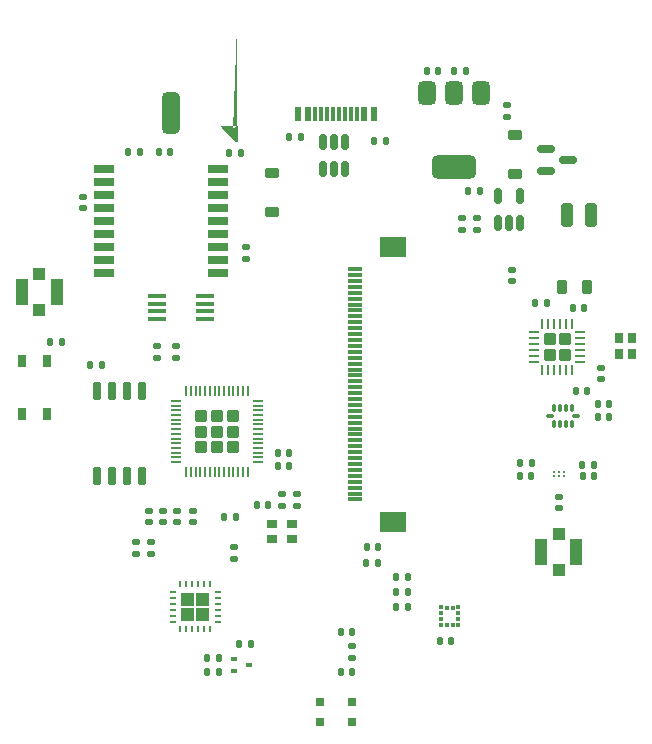
<source format=gbr>
%TF.GenerationSoftware,KiCad,Pcbnew,8.0.1*%
%TF.CreationDate,2024-05-30T22:25:26-04:00*%
%TF.ProjectId,esp32s3,65737033-3273-4332-9e6b-696361645f70,rev?*%
%TF.SameCoordinates,Original*%
%TF.FileFunction,Paste,Top*%
%TF.FilePolarity,Positive*%
%FSLAX46Y46*%
G04 Gerber Fmt 4.6, Leading zero omitted, Abs format (unit mm)*
G04 Created by KiCad (PCBNEW 8.0.1) date 2024-05-30 22:25:26*
%MOMM*%
%LPD*%
G01*
G04 APERTURE LIST*
G04 Aperture macros list*
%AMRoundRect*
0 Rectangle with rounded corners*
0 $1 Rounding radius*
0 $2 $3 $4 $5 $6 $7 $8 $9 X,Y pos of 4 corners*
0 Add a 4 corners polygon primitive as box body*
4,1,4,$2,$3,$4,$5,$6,$7,$8,$9,$2,$3,0*
0 Add four circle primitives for the rounded corners*
1,1,$1+$1,$2,$3*
1,1,$1+$1,$4,$5*
1,1,$1+$1,$6,$7*
1,1,$1+$1,$8,$9*
0 Add four rect primitives between the rounded corners*
20,1,$1+$1,$2,$3,$4,$5,0*
20,1,$1+$1,$4,$5,$6,$7,0*
20,1,$1+$1,$6,$7,$8,$9,0*
20,1,$1+$1,$8,$9,$2,$3,0*%
%AMFreePoly0*
4,1,50,0.364509,0.373079,0.400557,0.358147,0.402331,0.356372,0.403779,0.355902,0.406374,0.352329,0.428147,0.330557,0.436043,0.311493,0.440106,0.305902,0.441186,0.299076,0.443079,0.294509,0.443090,0.287057,0.445000,0.275000,0.445000,-0.965000,0.443079,-0.984509,0.428147,-1.020558,0.426371,-1.022333,0.425902,-1.023779,0.422332,-1.026372,0.400558,-1.048147,0.381492,-1.056044,
0.375902,-1.060106,0.371686,-1.060106,0.364509,-1.063079,0.325491,-1.063079,0.318314,-1.060106,0.314098,-1.060106,0.305304,-1.054717,0.289443,-1.048147,0.281262,-1.039984,0.274289,-1.035711,-0.965711,0.204289,-0.978147,0.219443,-0.993079,0.255491,-0.993079,0.258002,-0.993769,0.259357,-0.993079,0.263713,-0.993079,0.294509,-0.985182,0.313573,-0.984101,0.320399,-0.981119,0.323380,
-0.978147,0.330557,-0.950557,0.358147,-0.943380,0.361119,-0.940399,0.364101,-0.930371,0.366508,-0.914509,0.373079,-0.902928,0.373096,-0.895000,0.375000,0.345000,0.375000,0.364509,0.373079,0.364509,0.373079,$1*%
G04 Aperture macros list end*
%ADD10C,0.000000*%
%ADD11R,0.254000X0.254000*%
%ADD12R,0.600000X1.240000*%
%ADD13R,0.300000X1.240000*%
%ADD14R,0.711200X0.990600*%
%ADD15RoundRect,0.140000X0.170000X-0.140000X0.170000X0.140000X-0.170000X0.140000X-0.170000X-0.140000X0*%
%ADD16RoundRect,0.140000X-0.140000X-0.170000X0.140000X-0.170000X0.140000X0.170000X-0.140000X0.170000X0*%
%ADD17RoundRect,0.140000X0.140000X0.170000X-0.140000X0.170000X-0.140000X-0.170000X0.140000X-0.170000X0*%
%ADD18RoundRect,0.100000X0.155000X0.100000X-0.155000X0.100000X-0.155000X-0.100000X0.155000X-0.100000X0*%
%ADD19RoundRect,0.147500X-0.172500X0.147500X-0.172500X-0.147500X0.172500X-0.147500X0.172500X0.147500X0*%
%ADD20RoundRect,0.135000X-0.135000X-0.185000X0.135000X-0.185000X0.135000X0.185000X-0.135000X0.185000X0*%
%ADD21R,0.900000X0.800000*%
%ADD22RoundRect,0.218750X-0.218750X-0.381250X0.218750X-0.381250X0.218750X0.381250X-0.218750X0.381250X0*%
%ADD23R,1.000000X1.000000*%
%ADD24R,1.050000X2.200000*%
%ADD25RoundRect,0.135000X-0.185000X0.135000X-0.185000X-0.135000X0.185000X-0.135000X0.185000X0.135000X0*%
%ADD26RoundRect,0.147500X-0.147500X-0.172500X0.147500X-0.172500X0.147500X0.172500X-0.147500X0.172500X0*%
%ADD27R,0.660400X0.711200*%
%ADD28R,2.200000X1.800000*%
%ADD29R,1.300000X0.300000*%
%ADD30RoundRect,0.140000X-0.170000X0.140000X-0.170000X-0.140000X0.170000X-0.140000X0.170000X0.140000X0*%
%ADD31RoundRect,0.150000X0.150000X-0.650000X0.150000X0.650000X-0.150000X0.650000X-0.150000X-0.650000X0*%
%ADD32RoundRect,0.150000X0.150000X-0.512500X0.150000X0.512500X-0.150000X0.512500X-0.150000X-0.512500X0*%
%ADD33R,1.524000X0.457200*%
%ADD34R,0.800000X0.900000*%
%ADD35RoundRect,0.135000X0.135000X0.185000X-0.135000X0.185000X-0.135000X-0.185000X0.135000X-0.185000X0*%
%ADD36R,0.599999X0.249999*%
%ADD37R,0.249999X0.599999*%
%ADD38RoundRect,0.225000X0.375000X-0.225000X0.375000X0.225000X-0.375000X0.225000X-0.375000X-0.225000X0*%
%ADD39R,1.800000X0.800000*%
%ADD40RoundRect,0.250000X0.250000X0.750000X-0.250000X0.750000X-0.250000X-0.750000X0.250000X-0.750000X0*%
%ADD41RoundRect,0.150000X-0.587500X-0.150000X0.587500X-0.150000X0.587500X0.150000X-0.587500X0.150000X0*%
%ADD42RoundRect,0.135000X0.185000X-0.135000X0.185000X0.135000X-0.185000X0.135000X-0.185000X-0.135000X0*%
%ADD43RoundRect,0.375000X-0.375000X0.625000X-0.375000X-0.625000X0.375000X-0.625000X0.375000X0.625000X0*%
%ADD44RoundRect,0.500000X-1.400000X0.500000X-1.400000X-0.500000X1.400000X-0.500000X1.400000X0.500000X0*%
%ADD45RoundRect,0.075000X-0.075000X0.225000X-0.075000X-0.225000X0.075000X-0.225000X0.075000X0.225000X0*%
%ADD46RoundRect,0.075000X-0.237500X0.075000X-0.237500X-0.075000X0.237500X-0.075000X0.237500X0.075000X0*%
%ADD47RoundRect,0.375000X-0.375000X1.375000X-0.375000X-1.375000X0.375000X-1.375000X0.375000X1.375000X0*%
%ADD48FreePoly0,270.000000*%
%ADD49RoundRect,0.050000X0.050000X0.350000X-0.050000X0.350000X-0.050000X-0.350000X0.050000X-0.350000X0*%
%ADD50RoundRect,0.050000X0.350000X0.050000X-0.350000X0.050000X-0.350000X-0.050000X0.350000X-0.050000X0*%
%ADD51RoundRect,0.250000X0.285000X0.285000X-0.285000X0.285000X-0.285000X-0.285000X0.285000X-0.285000X0*%
%ADD52RoundRect,0.147500X0.147500X0.172500X-0.147500X0.172500X-0.147500X-0.172500X0.147500X-0.172500X0*%
%ADD53R,0.430000X0.350000*%
%ADD54R,0.350000X0.430000*%
%ADD55RoundRect,0.062500X0.062500X0.350000X-0.062500X0.350000X-0.062500X-0.350000X0.062500X-0.350000X0*%
%ADD56RoundRect,0.062500X0.350000X0.062500X-0.350000X0.062500X-0.350000X-0.062500X0.350000X-0.062500X0*%
%ADD57RoundRect,0.250000X0.275000X0.275000X-0.275000X0.275000X-0.275000X-0.275000X0.275000X-0.275000X0*%
G04 APERTURE END LIST*
D10*
%TO.C,U11*%
G36*
X117960880Y-89670932D02*
G01*
X117969999Y-89673698D01*
X117978401Y-89678189D01*
X117985765Y-89684234D01*
X117991810Y-89691597D01*
X117996300Y-89700000D01*
X117999066Y-89709118D01*
X118000001Y-89718598D01*
X118000001Y-90701400D01*
X117999066Y-90710879D01*
X117996300Y-90719998D01*
X117991810Y-90728400D01*
X117985765Y-90735764D01*
X117978401Y-90741809D01*
X117969999Y-90746299D01*
X117960880Y-90749065D01*
X117951401Y-90750000D01*
X116968599Y-90750000D01*
X116959119Y-90749065D01*
X116950001Y-90746299D01*
X116941598Y-90741809D01*
X116934235Y-90735764D01*
X116928190Y-90728400D01*
X116923699Y-90719998D01*
X116920933Y-90710879D01*
X116920001Y-90701400D01*
X116920001Y-89718598D01*
X116920933Y-89709118D01*
X116923699Y-89700000D01*
X116928190Y-89691597D01*
X116934235Y-89684234D01*
X116941598Y-89678189D01*
X116950001Y-89673698D01*
X116959119Y-89670932D01*
X116968599Y-89670000D01*
X117951401Y-89670000D01*
X117960880Y-89670932D01*
G37*
G36*
X117960880Y-90950935D02*
G01*
X117969999Y-90953701D01*
X117978401Y-90958191D01*
X117985765Y-90964236D01*
X117991810Y-90971600D01*
X117996300Y-90980002D01*
X117999066Y-90989121D01*
X118000001Y-90998600D01*
X118000001Y-91981402D01*
X117999066Y-91990882D01*
X117996300Y-92000000D01*
X117991810Y-92008403D01*
X117985765Y-92015766D01*
X117978401Y-92021811D01*
X117969999Y-92026302D01*
X117960880Y-92029068D01*
X117951401Y-92030000D01*
X116968599Y-92030000D01*
X116959119Y-92029068D01*
X116950001Y-92026302D01*
X116941598Y-92021811D01*
X116934235Y-92015766D01*
X116928190Y-92008403D01*
X116923699Y-92000000D01*
X116920933Y-91990882D01*
X116920001Y-91981402D01*
X116920001Y-90998600D01*
X116920933Y-90989121D01*
X116923699Y-90980002D01*
X116928190Y-90971600D01*
X116934235Y-90964236D01*
X116941598Y-90958191D01*
X116950001Y-90953701D01*
X116959119Y-90950935D01*
X116968599Y-90950000D01*
X117951401Y-90950000D01*
X117960880Y-90950935D01*
G37*
G36*
X119240883Y-89670932D02*
G01*
X119250001Y-89673698D01*
X119258404Y-89678189D01*
X119265767Y-89684234D01*
X119271812Y-89691597D01*
X119276303Y-89700000D01*
X119279069Y-89709118D01*
X119280001Y-89718598D01*
X119280001Y-90701400D01*
X119279069Y-90710879D01*
X119276303Y-90719998D01*
X119271812Y-90728400D01*
X119265767Y-90735764D01*
X119258404Y-90741809D01*
X119250001Y-90746299D01*
X119240883Y-90749065D01*
X119231403Y-90750000D01*
X118248601Y-90750000D01*
X118239122Y-90749065D01*
X118230003Y-90746299D01*
X118221601Y-90741809D01*
X118214237Y-90735764D01*
X118208192Y-90728400D01*
X118203702Y-90719998D01*
X118200936Y-90710879D01*
X118200001Y-90701400D01*
X118200001Y-89718598D01*
X118200936Y-89709118D01*
X118203702Y-89700000D01*
X118208192Y-89691597D01*
X118214237Y-89684234D01*
X118221601Y-89678189D01*
X118230003Y-89673698D01*
X118239122Y-89670932D01*
X118248601Y-89670000D01*
X119231403Y-89670000D01*
X119240883Y-89670932D01*
G37*
G36*
X119240883Y-90950935D02*
G01*
X119250001Y-90953701D01*
X119258404Y-90958191D01*
X119265767Y-90964236D01*
X119271812Y-90971600D01*
X119276303Y-90980002D01*
X119279069Y-90989121D01*
X119280001Y-90998600D01*
X119280001Y-91981402D01*
X119279069Y-91990882D01*
X119276303Y-92000000D01*
X119271812Y-92008403D01*
X119265767Y-92015766D01*
X119258404Y-92021811D01*
X119250001Y-92026302D01*
X119240883Y-92029068D01*
X119231403Y-92030000D01*
X118248601Y-92030000D01*
X118239122Y-92029068D01*
X118230003Y-92026302D01*
X118221601Y-92021811D01*
X118214237Y-92015766D01*
X118208192Y-92008403D01*
X118203702Y-92000000D01*
X118200936Y-91990882D01*
X118200001Y-91981402D01*
X118200001Y-90998600D01*
X118200936Y-90989121D01*
X118203702Y-90980002D01*
X118208192Y-90971600D01*
X118214237Y-90964236D01*
X118221601Y-90958191D01*
X118230003Y-90953701D01*
X118239122Y-90950935D01*
X118248601Y-90950000D01*
X119231403Y-90950000D01*
X119240883Y-90950935D01*
G37*
%TD*%
D11*
%TO.C,U12*%
X149299998Y-79400000D03*
X148899999Y-79400000D03*
X148500000Y-79400000D03*
X148500000Y-79806400D03*
X148899999Y-79806400D03*
X149299998Y-79806400D03*
%TD*%
D12*
%TO.C,J1*%
X133225000Y-49090000D03*
X132425000Y-49090000D03*
D13*
X131275000Y-49090000D03*
X130275000Y-49090000D03*
X129775000Y-49090000D03*
X128775000Y-49090000D03*
D12*
X127625000Y-49090000D03*
X126825000Y-49090000D03*
X126825000Y-49090000D03*
X127625000Y-49090000D03*
D13*
X128275000Y-49090000D03*
X129275000Y-49090000D03*
X130775000Y-49090000D03*
X131775000Y-49090000D03*
D12*
X132425000Y-49090000D03*
X133225000Y-49090000D03*
%TD*%
D14*
%TO.C,SW2*%
X105600000Y-70000000D03*
X105600000Y-74500002D03*
X103450002Y-70000000D03*
X103450002Y-74500002D03*
%TD*%
D15*
%TO.C,C19*%
X148900000Y-82480000D03*
X148900000Y-81520000D03*
%TD*%
D16*
%TO.C,C33*%
X138840000Y-93700000D03*
X139800000Y-93700000D03*
%TD*%
%TO.C,C16*%
X115020000Y-52300000D03*
X115980000Y-52300000D03*
%TD*%
D17*
%TO.C,C18*%
X147880000Y-65100000D03*
X146920000Y-65100000D03*
%TD*%
D18*
%TO.C,Q3*%
X121410000Y-95300000D03*
X121410000Y-96300000D03*
X122700000Y-95800000D03*
%TD*%
D15*
%TO.C,C1*%
X126696820Y-82290000D03*
X126696820Y-81330000D03*
%TD*%
D19*
%TO.C,L3*%
X108600000Y-56115000D03*
X108600000Y-57085000D03*
%TD*%
D20*
%TO.C,R12*%
X150890000Y-78800000D03*
X151910000Y-78800000D03*
%TD*%
D21*
%TO.C,X1*%
X126303180Y-83810000D03*
X124653180Y-83810000D03*
X124653180Y-85060000D03*
X126303180Y-85060000D03*
%TD*%
D22*
%TO.C,L4*%
X149157500Y-63770000D03*
X151282500Y-63770000D03*
%TD*%
D23*
%TO.C,J4*%
X148900000Y-84700000D03*
D24*
X150375000Y-86200000D03*
D23*
X148900000Y-87700000D03*
D24*
X147425000Y-86200000D03*
%TD*%
D25*
%TO.C,R16*%
X121400000Y-85790000D03*
X121400000Y-86810000D03*
%TD*%
D26*
%TO.C,L2*%
X125115000Y-78900000D03*
X126085000Y-78900000D03*
%TD*%
D20*
%TO.C,R7*%
X133280000Y-51400000D03*
X134300000Y-51400000D03*
%TD*%
D27*
%TO.C,U9*%
X131400000Y-98900000D03*
X128707600Y-98900000D03*
X128707600Y-100601800D03*
X131400000Y-100601800D03*
%TD*%
D28*
%TO.C,J5*%
X134850000Y-60350000D03*
X134850000Y-83650000D03*
D29*
X131600000Y-62250000D03*
X131600000Y-62750000D03*
X131600000Y-63250000D03*
X131600000Y-63750000D03*
X131600000Y-64250000D03*
X131600000Y-64750000D03*
X131600000Y-65250000D03*
X131600000Y-65750000D03*
X131600000Y-66250000D03*
X131600000Y-66750000D03*
X131600000Y-67250000D03*
X131600000Y-67750000D03*
X131600000Y-68250000D03*
X131600000Y-68750000D03*
X131600000Y-69250000D03*
X131600000Y-69750000D03*
X131600000Y-70250000D03*
X131600000Y-70750000D03*
X131600000Y-71250000D03*
X131600000Y-71750000D03*
X131600000Y-72250000D03*
X131600000Y-72750000D03*
X131600000Y-73250000D03*
X131600000Y-73750000D03*
X131600000Y-74250000D03*
X131600000Y-74750000D03*
X131600000Y-75250000D03*
X131600000Y-75750000D03*
X131600000Y-76250000D03*
X131600000Y-76750000D03*
X131600000Y-77250000D03*
X131600000Y-77750000D03*
X131600000Y-78250000D03*
X131600000Y-78750000D03*
X131600000Y-79250000D03*
X131600000Y-79750000D03*
X131600000Y-80250000D03*
X131600000Y-80750000D03*
X131600000Y-81250000D03*
X131600000Y-81750000D03*
%TD*%
D30*
%TO.C,C6*%
X115400000Y-82700000D03*
X115400000Y-83660000D03*
%TD*%
D31*
%TO.C,U10*%
X109795000Y-79800000D03*
X111065000Y-79800000D03*
X112335000Y-79800000D03*
X113605000Y-79800000D03*
X113605000Y-72600000D03*
X112335000Y-72600000D03*
X111065000Y-72600000D03*
X109795000Y-72600000D03*
%TD*%
D16*
%TO.C,C20*%
X152220000Y-74800000D03*
X153180000Y-74800000D03*
%TD*%
%TO.C,C14*%
X140040000Y-45500000D03*
X141000000Y-45500000D03*
%TD*%
D20*
%TO.C,R1*%
X105780000Y-68400000D03*
X106800000Y-68400000D03*
%TD*%
D30*
%TO.C,C3*%
X113080000Y-85390000D03*
X113080000Y-86350000D03*
%TD*%
D32*
%TO.C,U3*%
X128900000Y-53800000D03*
X129850000Y-53800000D03*
X130800000Y-53800000D03*
X130800000Y-51525000D03*
X129850000Y-51525000D03*
X128900000Y-51525000D03*
%TD*%
D33*
%TO.C,U5*%
X118932000Y-66465200D03*
X118932000Y-65830200D03*
X118932000Y-65169800D03*
X118932000Y-64534800D03*
X114868000Y-64534800D03*
X114868000Y-65169800D03*
X114868000Y-65830200D03*
X114868000Y-66465200D03*
%TD*%
D34*
%TO.C,Q1_Xtal1*%
X153980000Y-68050000D03*
X153980000Y-69450000D03*
X155080000Y-69450000D03*
X155080000Y-68050000D03*
%TD*%
D15*
%TO.C,C11*%
X116500000Y-69760000D03*
X116500000Y-68800000D03*
%TD*%
D20*
%TO.C,R24*%
X119090000Y-95200000D03*
X120110000Y-95200000D03*
%TD*%
D17*
%TO.C,C4*%
X131400000Y-93000000D03*
X130440000Y-93000000D03*
%TD*%
D30*
%TO.C,C7*%
X114200000Y-82700000D03*
X114200000Y-83660000D03*
%TD*%
D16*
%TO.C,C23*%
X152220000Y-73700000D03*
X153180000Y-73700000D03*
%TD*%
D35*
%TO.C,R23*%
X122810000Y-94000000D03*
X121790000Y-94000000D03*
%TD*%
D32*
%TO.C,U4*%
X143750000Y-58337500D03*
X144700000Y-58337500D03*
X145650000Y-58337500D03*
X145650000Y-56062500D03*
X143750000Y-56062500D03*
%TD*%
D17*
%TO.C,C5*%
X124303180Y-82210000D03*
X123343180Y-82210000D03*
%TD*%
D20*
%TO.C,R5*%
X120580000Y-83200000D03*
X121600000Y-83200000D03*
%TD*%
D16*
%TO.C,C24*%
X132620000Y-85800000D03*
X133580000Y-85800000D03*
%TD*%
D20*
%TO.C,R14*%
X135090000Y-88300000D03*
X136110000Y-88300000D03*
%TD*%
D15*
%TO.C,C12*%
X114900000Y-69740000D03*
X114900000Y-68780000D03*
%TD*%
D16*
%TO.C,C22*%
X109240000Y-70400000D03*
X110200000Y-70400000D03*
%TD*%
D20*
%TO.C,R15*%
X135080000Y-89600000D03*
X136100000Y-89600000D03*
%TD*%
D36*
%TO.C,U11*%
X116200002Y-89600000D03*
X116200002Y-90099999D03*
X116200002Y-90600000D03*
X116200002Y-91100000D03*
X116200002Y-91600001D03*
X116200002Y-92100000D03*
D37*
X116850001Y-92749999D03*
X117350000Y-92749999D03*
X117850001Y-92749999D03*
X118350001Y-92749999D03*
X118850002Y-92749999D03*
X119350001Y-92749999D03*
D36*
X120000000Y-92100000D03*
X120000000Y-91600001D03*
X120000000Y-91100000D03*
X120000000Y-90600000D03*
X120000000Y-90099999D03*
X120000000Y-89600000D03*
D37*
X119350001Y-88950001D03*
X118850002Y-88950001D03*
X118350001Y-88950001D03*
X117850001Y-88950001D03*
X117350000Y-88950001D03*
X116850001Y-88950001D03*
%TD*%
D17*
%TO.C,C32*%
X146580000Y-79800000D03*
X145620000Y-79800000D03*
%TD*%
D25*
%TO.C,R4*%
X122400000Y-60390000D03*
X122400000Y-61410000D03*
%TD*%
D35*
%TO.C,R3*%
X122000000Y-52400000D03*
X120980000Y-52400000D03*
%TD*%
D38*
%TO.C,D2*%
X124600000Y-57400000D03*
X124600000Y-54100000D03*
%TD*%
%TO.C,D1*%
X145200000Y-54200000D03*
X145200000Y-50900000D03*
%TD*%
D39*
%TO.C,ATGM336H1*%
X120050000Y-56000000D03*
X110350000Y-62600000D03*
X110350000Y-59300000D03*
X110350000Y-57100000D03*
X110350000Y-61500000D03*
X110350000Y-60400000D03*
X110350000Y-58200000D03*
X110350000Y-54900000D03*
X120050000Y-53800000D03*
X120050000Y-54900000D03*
X120050000Y-57100000D03*
X120050000Y-58200000D03*
X120050000Y-59300000D03*
X120050000Y-60400000D03*
X120050000Y-61500000D03*
X120050000Y-62600000D03*
X110350000Y-56000000D03*
X110350000Y-53800000D03*
%TD*%
D40*
%TO.C,J2*%
X149600000Y-57700000D03*
X151600000Y-57700000D03*
%TD*%
D17*
%TO.C,C15*%
X113400000Y-52300000D03*
X112440000Y-52300000D03*
%TD*%
D16*
%TO.C,C31*%
X150920000Y-79800000D03*
X151880000Y-79800000D03*
%TD*%
D41*
%TO.C,Q1*%
X147825000Y-52050000D03*
X147825000Y-53950000D03*
X149700000Y-53000000D03*
%TD*%
D42*
%TO.C,R9*%
X144500000Y-49410000D03*
X144500000Y-48390000D03*
%TD*%
D30*
%TO.C,C8*%
X116600000Y-82700000D03*
X116600000Y-83660000D03*
%TD*%
D43*
%TO.C,U2*%
X142300000Y-47300000D03*
X140000000Y-47300000D03*
D44*
X140000000Y-53600000D03*
D43*
X137700000Y-47300000D03*
%TD*%
D20*
%TO.C,R22*%
X119090000Y-96400000D03*
X120110000Y-96400000D03*
%TD*%
D45*
%TO.C,FL1*%
X150000000Y-74000000D03*
X149500000Y-74000000D03*
X149000000Y-74000000D03*
X148500000Y-74000000D03*
D46*
X148187500Y-74700000D03*
D45*
X148500000Y-75400000D03*
X149000000Y-75400000D03*
X149500000Y-75400000D03*
X150000000Y-75400000D03*
D46*
X150312500Y-74700000D03*
%TD*%
D42*
%TO.C,R2*%
X114380000Y-86380000D03*
X114380000Y-85360000D03*
%TD*%
D47*
%TO.C,BT1*%
X116060000Y-49050000D03*
D48*
X121325000Y-50455000D03*
%TD*%
D30*
%TO.C,C9*%
X117900000Y-82700000D03*
X117900000Y-83660000D03*
%TD*%
D35*
%TO.C,R8*%
X142200000Y-55600000D03*
X141180000Y-55600000D03*
%TD*%
D30*
%TO.C,C17*%
X152500000Y-70620000D03*
X152500000Y-71580000D03*
%TD*%
D17*
%TO.C,C2*%
X131400000Y-96400000D03*
X130440000Y-96400000D03*
%TD*%
D42*
%TO.C,R10*%
X142000000Y-58910000D03*
X142000000Y-57890000D03*
%TD*%
D49*
%TO.C,U1*%
X122550000Y-79450000D03*
X122150000Y-79450000D03*
X121750000Y-79450000D03*
X121350000Y-79450000D03*
X120950000Y-79450000D03*
X120550000Y-79450000D03*
X120150000Y-79450000D03*
X119750000Y-79450000D03*
X119350000Y-79450000D03*
X118950000Y-79450000D03*
X118550000Y-79450000D03*
X118150000Y-79450000D03*
X117750000Y-79450000D03*
X117350000Y-79450000D03*
D50*
X116500000Y-78600000D03*
X116500000Y-78200000D03*
X116500000Y-77800000D03*
X116500000Y-77400000D03*
X116500000Y-77000000D03*
X116500000Y-76600000D03*
X116500000Y-76200000D03*
X116500000Y-75800000D03*
X116500000Y-75400000D03*
X116500000Y-75000000D03*
X116500000Y-74600000D03*
X116500000Y-74200000D03*
X116500000Y-73800000D03*
X116500000Y-73400000D03*
D49*
X117350000Y-72550000D03*
X117750000Y-72550000D03*
X118150000Y-72550000D03*
X118550000Y-72550000D03*
X118950000Y-72550000D03*
X119350000Y-72550000D03*
X119750000Y-72550000D03*
X120150000Y-72550000D03*
X120550000Y-72550000D03*
X120950000Y-72550000D03*
X121350000Y-72550000D03*
X121750000Y-72550000D03*
X122150000Y-72550000D03*
X122550000Y-72550000D03*
D50*
X123400000Y-73400000D03*
X123400000Y-73800000D03*
X123400000Y-74200000D03*
X123400000Y-74600000D03*
X123400000Y-75000000D03*
X123400000Y-75400000D03*
X123400000Y-75800000D03*
X123400000Y-76200000D03*
X123400000Y-76600000D03*
X123400000Y-77000000D03*
X123400000Y-77400000D03*
X123400000Y-77800000D03*
X123400000Y-78200000D03*
X123400000Y-78600000D03*
D51*
X118620000Y-74670000D03*
X118620000Y-76000000D03*
X118620000Y-77330000D03*
X119950000Y-74670000D03*
X119950000Y-76000000D03*
X119950000Y-77330000D03*
X121280000Y-74670000D03*
X121280000Y-76000000D03*
X121280000Y-77330000D03*
%TD*%
D35*
%TO.C,R13*%
X146610000Y-78700000D03*
X145590000Y-78700000D03*
%TD*%
%TO.C,R19*%
X133600000Y-87100000D03*
X132580000Y-87100000D03*
%TD*%
%TO.C,R6*%
X127100000Y-51100000D03*
X126080000Y-51100000D03*
%TD*%
D52*
%TO.C,L5*%
X151285000Y-72600000D03*
X150315000Y-72600000D03*
%TD*%
D20*
%TO.C,R17*%
X135080000Y-90900000D03*
X136100000Y-90900000D03*
%TD*%
D53*
%TO.C,U8*%
X138910000Y-90900000D03*
X138910000Y-91400000D03*
X138910000Y-91900000D03*
X138910000Y-92400000D03*
D54*
X139405000Y-92395000D03*
X139905000Y-92395000D03*
D53*
X140400000Y-92400000D03*
X140400000Y-91900000D03*
X140400000Y-91400000D03*
X140400000Y-90900000D03*
D54*
X139905000Y-90905000D03*
X139405000Y-90905000D03*
%TD*%
D16*
%TO.C,C13*%
X137720000Y-45500000D03*
X138680000Y-45500000D03*
%TD*%
D55*
%TO.C,U6*%
X150010000Y-70777500D03*
X149510000Y-70777500D03*
X149010000Y-70777500D03*
X148510000Y-70777500D03*
X148010000Y-70777500D03*
X147510000Y-70777500D03*
D56*
X146822500Y-70090000D03*
X146822500Y-69590000D03*
X146822500Y-69090000D03*
X146822500Y-68590000D03*
X146822500Y-68090000D03*
X146822500Y-67590000D03*
D55*
X147510000Y-66902500D03*
X148010000Y-66902500D03*
X148510000Y-66902500D03*
X149010000Y-66902500D03*
X149510000Y-66902500D03*
X150010000Y-66902500D03*
D56*
X150697500Y-67590000D03*
X150697500Y-68090000D03*
X150697500Y-68590000D03*
X150697500Y-69090000D03*
X150697500Y-69590000D03*
X150697500Y-70090000D03*
D57*
X148110000Y-68190000D03*
X148110000Y-69490000D03*
X149410000Y-68190000D03*
X149410000Y-69490000D03*
%TD*%
D17*
%TO.C,C21*%
X151070000Y-65520000D03*
X150110000Y-65520000D03*
%TD*%
D16*
%TO.C,C10*%
X125120000Y-77780000D03*
X126080000Y-77780000D03*
%TD*%
D23*
%TO.C,J3*%
X104900000Y-62700000D03*
D24*
X106375000Y-64200000D03*
D23*
X104900000Y-65700000D03*
D24*
X103425000Y-64200000D03*
%TD*%
D25*
%TO.C,R18*%
X125500000Y-81300000D03*
X125500000Y-82320000D03*
%TD*%
D30*
%TO.C,C25*%
X144900000Y-62300000D03*
X144900000Y-63260000D03*
%TD*%
D25*
%TO.C,R11*%
X140700000Y-57890000D03*
X140700000Y-58910000D03*
%TD*%
D19*
%TO.C,L1*%
X131400000Y-94200000D03*
X131400000Y-95170000D03*
%TD*%
M02*

</source>
